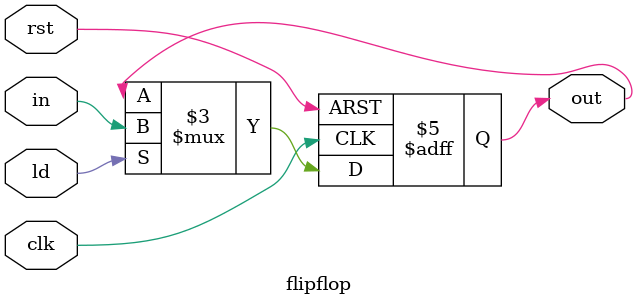
<source format=sv>
module flipflop(input in,ld,clk,rst,output logic out);
  always@(posedge clk,posedge rst)begin
    if(rst)out<=1'b0;
    else
      if(ld)out<=in;
      else out<=out;
  end
endmodule

</source>
